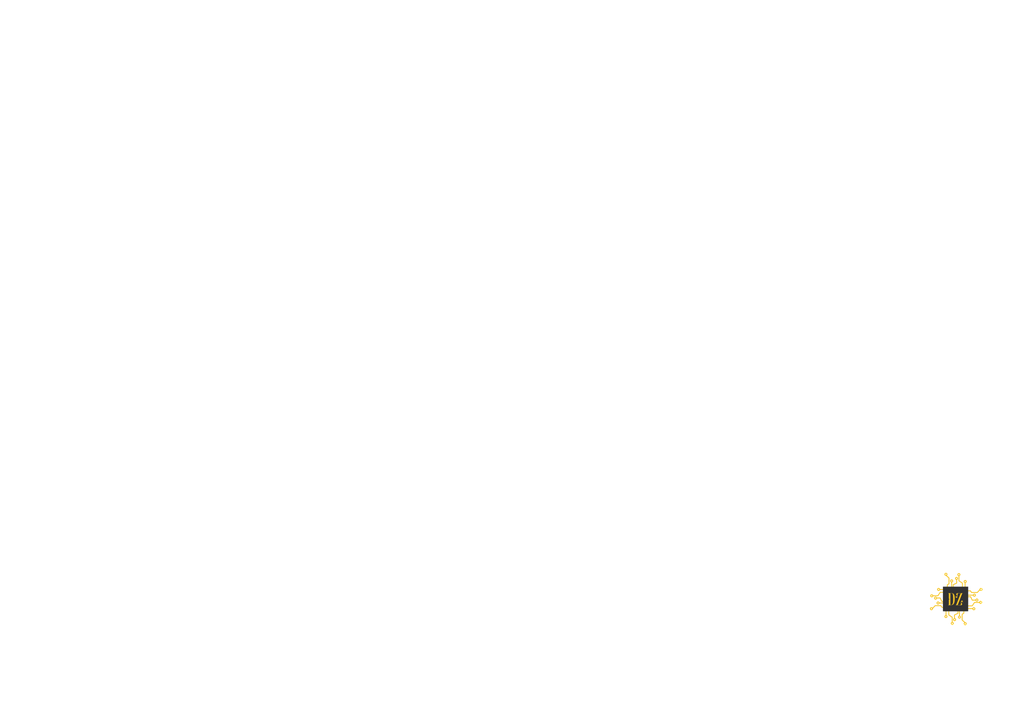
<source format=kicad_sch>
(kicad_sch (version 20230121) (generator eeschema)
  (paper "A4")
  (title_block (date "15 nov 2012"))
  (lib_symbols)
  (image (at 277.3426 173.7614) (scale 0.166776))
)
</source>
